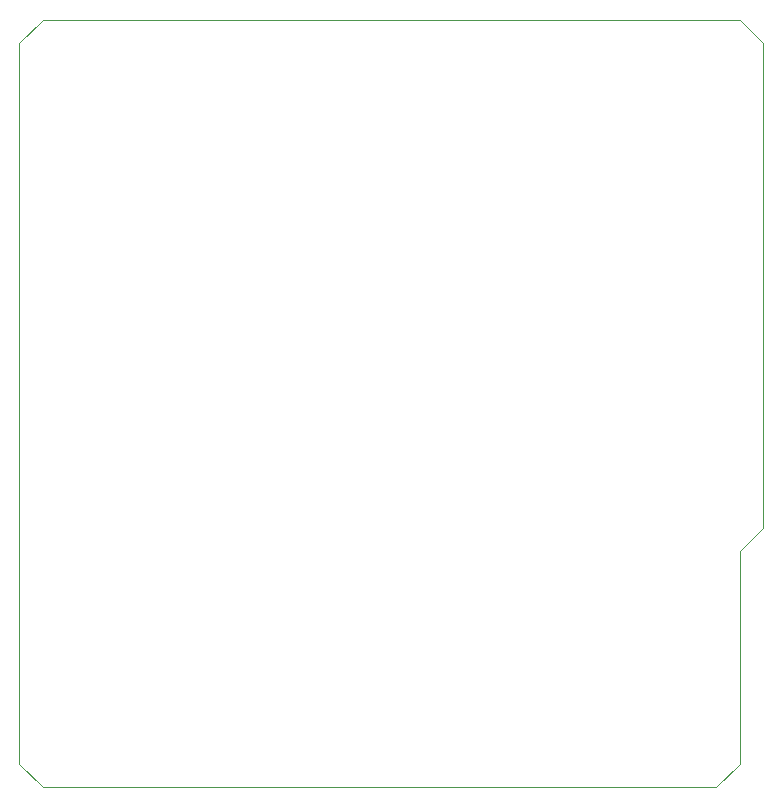
<source format=gbr>
%TF.GenerationSoftware,KiCad,Pcbnew,(5.0.0)*%
%TF.CreationDate,2021-11-24T17:07:04+01:00*%
%TF.ProjectId,Master3A__2,4D617374657233415F5F322E6B696361,rev?*%
%TF.SameCoordinates,Original*%
%TF.FileFunction,Profile,NP*%
%FSLAX46Y46*%
G04 Gerber Fmt 4.6, Leading zero omitted, Abs format (unit mm)*
G04 Created by KiCad (PCBNEW (5.0.0)) date 11/24/21 17:07:04*
%MOMM*%
%LPD*%
G01*
G04 APERTURE LIST*
%ADD10C,0.050000*%
%ADD11C,0.100000*%
G04 APERTURE END LIST*
D10*
X213457000Y-136555000D02*
X213457000Y-116555000D01*
X215457000Y-138555000D02*
X213457000Y-136555000D01*
X272457000Y-138555000D02*
X215457000Y-138555000D01*
X274457000Y-136555000D02*
X272457000Y-138555000D01*
X274457000Y-118555000D02*
X274457000Y-136555000D01*
X274457000Y-118555000D02*
X276457000Y-116555000D01*
X276457000Y-75555000D02*
X276457000Y-76555000D01*
X274457000Y-73555000D02*
X276457000Y-75555000D01*
X271457000Y-73555000D02*
X274457000Y-73555000D01*
D11*
X213457000Y-75555000D02*
X213457000Y-116555000D01*
X215457000Y-73555000D02*
X213457000Y-75555000D01*
X271457000Y-73555000D02*
X215457000Y-73555000D01*
X276457000Y-116555000D02*
X276457000Y-76555000D01*
M02*

</source>
